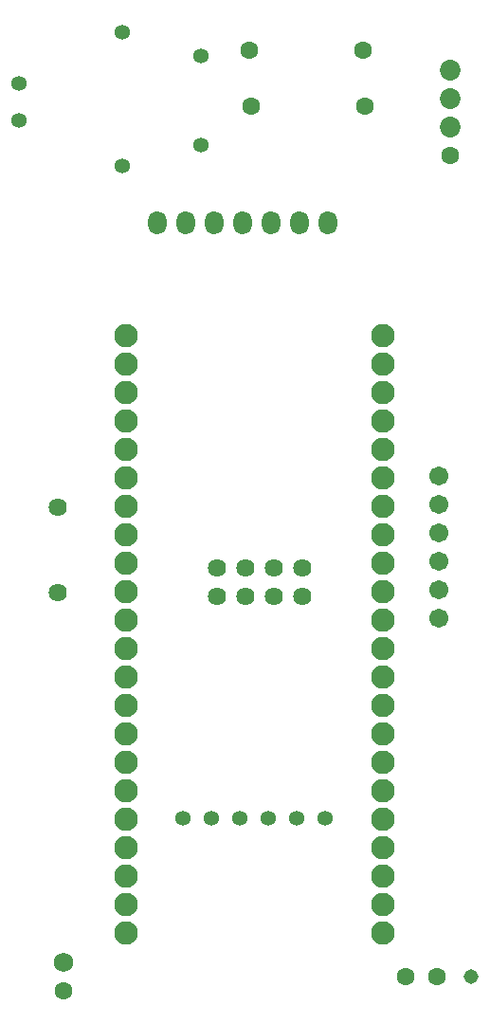
<source format=gbs>
G04 Layer: BottomSolderMaskLayer*
G04 EasyEDA v6.5.40, 2024-04-09 13:00:43*
G04 4b3d86a6f5cb4bb8bf6c6708de4b4b48,df7e7e3c38a3447abd37b529b333d242,10*
G04 Gerber Generator version 0.2*
G04 Scale: 100 percent, Rotated: No, Reflected: No *
G04 Dimensions in millimeters *
G04 leading zeros omitted , absolute positions ,4 integer and 5 decimal *
%FSLAX45Y45*%
%MOMM*%

%ADD10C,1.6256*%
%ADD11O,1.641602X2.1015960000000002*%
%ADD12C,1.6016*%
%ADD13C,1.7526*%
%ADD14C,1.7032*%
%ADD15C,2.1016*%
%ADD16C,1.3132*%
%ADD17C,1.3616*%
%ADD18C,1.8516*%

%LPD*%
D10*
G01*
X2463800Y4914900D03*
G01*
X2717800Y4914900D03*
G01*
X2971800Y4914900D03*
G01*
X3225800Y4914900D03*
G01*
X3225800Y5168900D03*
G01*
X2971800Y5168900D03*
G01*
X2717800Y5168900D03*
G01*
X2463800Y5168900D03*
D11*
G01*
X1930400Y8255000D03*
G01*
X2184400Y8255000D03*
G01*
X2692400Y8255000D03*
G01*
X2946400Y8255000D03*
G01*
X2438400Y8255000D03*
G01*
X3200400Y8255000D03*
G01*
X3454400Y8255000D03*
D12*
G01*
X2755900Y9791700D03*
G01*
X3771900Y9791700D03*
G01*
X3784600Y9296400D03*
G01*
X2768600Y9296400D03*
G01*
X1092200Y1397000D03*
D13*
G01*
X1092200Y1651000D03*
D14*
G01*
X4445000Y5994400D03*
G01*
X4445000Y5740400D03*
G01*
X4445000Y5486400D03*
G01*
X4445000Y5232400D03*
G01*
X4445000Y4978400D03*
G01*
X4445000Y4724400D03*
D15*
G01*
X1650111Y7245095D03*
G01*
X1650111Y6991095D03*
G01*
X1650111Y6737095D03*
G01*
X1650111Y6483095D03*
G01*
X1650111Y6229095D03*
G01*
X1650111Y5975095D03*
G01*
X1650111Y5721095D03*
G01*
X1650111Y5467095D03*
G01*
X1650111Y5213095D03*
G01*
X1650111Y4959095D03*
G01*
X1650111Y4705095D03*
G01*
X1650111Y4451095D03*
G01*
X1650111Y4197095D03*
G01*
X1650111Y3943095D03*
G01*
X1650111Y3689095D03*
G01*
X1650111Y3435095D03*
G01*
X1650111Y3181095D03*
G01*
X1650111Y2927095D03*
G01*
X1650111Y2673095D03*
G01*
X1650111Y2419095D03*
G01*
X1650111Y2165095D03*
G01*
X1650111Y1911095D03*
G01*
X3950106Y1911095D03*
G01*
X3950106Y2165095D03*
G01*
X3950106Y2419095D03*
G01*
X3950106Y2673095D03*
G01*
X3950106Y2927095D03*
G01*
X3950106Y3181095D03*
G01*
X3950106Y3435095D03*
G01*
X3950106Y3689095D03*
G01*
X3950106Y3943095D03*
G01*
X3950106Y4197095D03*
G01*
X3950106Y4451095D03*
G01*
X3950106Y4705095D03*
G01*
X3950106Y4959095D03*
G01*
X3950106Y5213095D03*
G01*
X3950106Y5467095D03*
G01*
X3950106Y5721095D03*
G01*
X3950106Y5975095D03*
G01*
X3950106Y6229095D03*
G01*
X3950106Y6483095D03*
G01*
X3950106Y6737095D03*
G01*
X3950106Y6991095D03*
G01*
X3950106Y7245095D03*
D12*
G01*
X4152900Y1524000D03*
G01*
X4432300Y1524000D03*
D16*
G01*
X4737100Y1524000D03*
D17*
G01*
X2324100Y8947200D03*
G01*
X2324100Y9747199D03*
G01*
X1618487Y9956800D03*
G01*
X1618487Y8763000D03*
G01*
X698500Y9499600D03*
G01*
X698500Y9169400D03*
G01*
X2159000Y2934588D03*
G01*
X2413000Y2934588D03*
G01*
X2667000Y2934588D03*
G01*
X2921000Y2934588D03*
G01*
X3175000Y2934588D03*
G01*
X3429000Y2934588D03*
D12*
G01*
X4546600Y8851900D03*
D18*
G01*
X4546600Y9105900D03*
G01*
X4546600Y9359900D03*
G01*
X4546600Y9613900D03*
D10*
G01*
X1041400Y4953000D03*
G01*
X1041400Y5715000D03*
M02*

</source>
